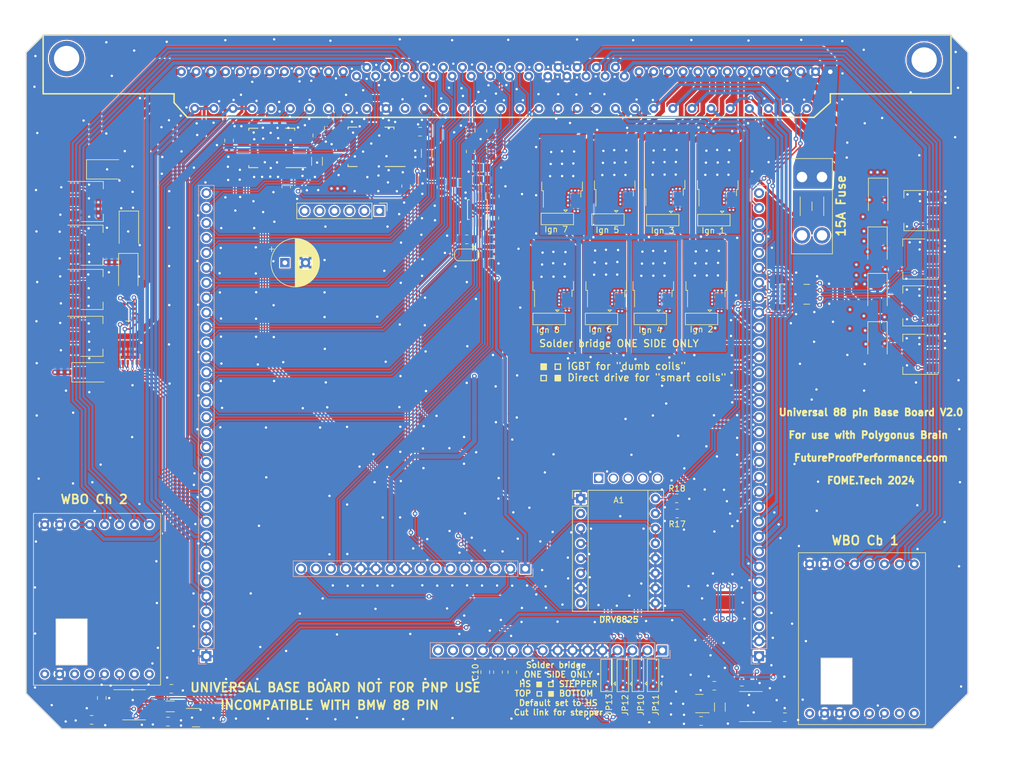
<source format=kicad_pcb>
(kicad_pcb (version 20221018) (generator pcbnew)

  (general
    (thickness 1.6)
  )

  (paper "A4")
  (layers
    (0 "F.Cu" signal)
    (1 "In1.Cu" power "In.Power.Cu")
    (2 "In2.Cu" power "In2.Gnd.Cu")
    (31 "B.Cu" signal)
    (32 "B.Adhes" user "B.Adhesive")
    (33 "F.Adhes" user "F.Adhesive")
    (34 "B.Paste" user)
    (35 "F.Paste" user)
    (36 "B.SilkS" user "B.Silkscreen")
    (37 "F.SilkS" user "F.Silkscreen")
    (38 "B.Mask" user)
    (39 "F.Mask" user)
    (40 "Dwgs.User" user "User.Drawings")
    (41 "Cmts.User" user "User.Comments")
    (42 "Eco1.User" user "User.Eco1")
    (43 "Eco2.User" user "User.Eco2")
    (44 "Edge.Cuts" user)
    (45 "Margin" user)
    (46 "B.CrtYd" user "B.Courtyard")
    (47 "F.CrtYd" user "F.Courtyard")
    (48 "B.Fab" user)
    (49 "F.Fab" user)
    (50 "User.1" user)
    (51 "User.2" user)
    (52 "User.3" user)
    (53 "User.4" user)
    (54 "User.5" user)
    (55 "User.6" user)
    (56 "User.7" user)
    (57 "User.8" user)
    (58 "User.9" user)
  )

  (setup
    (stackup
      (layer "F.SilkS" (type "Top Silk Screen"))
      (layer "F.Paste" (type "Top Solder Paste"))
      (layer "F.Mask" (type "Top Solder Mask") (thickness 0.01))
      (layer "F.Cu" (type "copper") (thickness 0.035))
      (layer "dielectric 1" (type "prepreg") (thickness 0.1) (material "FR4") (epsilon_r 4.5) (loss_tangent 0.02))
      (layer "In1.Cu" (type "copper") (thickness 0.035))
      (layer "dielectric 2" (type "core") (thickness 1.24) (material "FR4") (epsilon_r 4.5) (loss_tangent 0.02))
      (layer "In2.Cu" (type "copper") (thickness 0.035))
      (layer "dielectric 3" (type "prepreg") (thickness 0.1) (material "FR4") (epsilon_r 4.5) (loss_tangent 0.02))
      (layer "B.Cu" (type "copper") (thickness 0.035))
      (layer "B.Mask" (type "Bottom Solder Mask") (thickness 0.01))
      (layer "B.Paste" (type "Bottom Solder Paste"))
      (layer "B.SilkS" (type "Bottom Silk Screen"))
      (copper_finish "ENIG")
      (dielectric_constraints no)
    )
    (pad_to_mask_clearance 0)
    (grid_origin 139.7 53.34)
    (pcbplotparams
      (layerselection 0x00010fc_ffffffff)
      (plot_on_all_layers_selection 0x0000000_00000000)
      (disableapertmacros false)
      (usegerberextensions false)
      (usegerberattributes true)
      (usegerberadvancedattributes true)
      (creategerberjobfile true)
      (dashed_line_dash_ratio 12.000000)
      (dashed_line_gap_ratio 3.000000)
      (svgprecision 6)
      (plotframeref false)
      (viasonmask false)
      (mode 1)
      (useauxorigin false)
      (hpglpennumber 1)
      (hpglpenspeed 20)
      (hpglpendiameter 15.000000)
      (dxfpolygonmode true)
      (dxfimperialunits true)
      (dxfusepcbnewfont true)
      (psnegative false)
      (psa4output false)
      (plotreference true)
      (plotvalue true)
      (plotinvisibletext false)
      (sketchpadsonfab false)
      (subtractmaskfromsilk false)
      (outputformat 1)
      (mirror false)
      (drillshape 1)
      (scaleselection 1)
      (outputdirectory "")
    )
  )

  (net 0 "")
  (net 1 "/12V_MR")
  (net 2 "GND")
  (net 3 "/5V_SENSOR_2")
  (net 4 "/5V_SENSOR_1")
  (net 5 "/DIGITAL_5")
  (net 6 "/DIGITAL_4")
  (net 7 "/CAN+")
  (net 8 "/CAN-")
  (net 9 "/DIGITAL_1")
  (net 10 "/AT4")
  (net 11 "/AT3")
  (net 12 "/AT2")
  (net 13 "/AT1")
  (net 14 "/AV11")
  (net 15 "/AV10")
  (net 16 "/AV9")
  (net 17 "/AV8")
  (net 18 "/AV7")
  (net 19 "/AV6")
  (net 20 "/AV5")
  (net 21 "/AV4")
  (net 22 "/AV3")
  (net 23 "/AV2")
  (net 24 "/AV1")
  (net 25 "/KNOCK_1")
  (net 26 "/LS16")
  (net 27 "/LS15")
  (net 28 "/LS1")
  (net 29 "/LS4")
  (net 30 "/LS6")
  (net 31 "/LS7")
  (net 32 "/LS9ADD")
  (net 33 "/CRANK +")
  (net 34 "/IGBT7")
  (net 35 "/IGBT6")
  (net 36 "/IGBT4")
  (net 37 "/IGBT1")
  (net 38 "/LS13")
  (net 39 "/LS14")
  (net 40 "/LS5")
  (net 41 "/LS8")
  (net 42 "/LS3")
  (net 43 "/LS2")
  (net 44 "/LS10ADD")
  (net 45 "/LS11ADD")
  (net 46 "/LS12ADD")
  (net 47 "/IGBT2")
  (net 48 "/IGBT3")
  (net 49 "/IGBT8")
  (net 50 "/IGBT5")
  (net 51 "/12V_KEY")
  (net 52 "/KNOCK_2")
  (net 53 "/IGN12")
  (net 54 "/IGN11")
  (net 55 "/IGN10")
  (net 56 "/IGN9")
  (net 57 "/IGN8")
  (net 58 "/IGN7")
  (net 59 "/IGN6")
  (net 60 "/IGN5")
  (net 61 "/IGN4")
  (net 62 "/IGN3")
  (net 63 "/IGN2")
  (net 64 "/IGN1")
  (net 65 "/LS9")
  (net 66 "/LS10")
  (net 67 "/LS11")
  (net 68 "/LS12")
  (net 69 "/12V_PROT")
  (net 70 "/DIGITAL_6")
  (net 71 "/DIGITAL_3")
  (net 72 "/DIGITAL_2")
  (net 73 "/HS4")
  (net 74 "/HS3")
  (net 75 "/HS2")
  (net 76 "/HS1")
  (net 77 "/CAN2+")
  (net 78 "/CAN2-")
  (net 79 "/ETB1_PWM")
  (net 80 "/ETB1_DIS")
  (net 81 "/ETB1_DIR")
  (net 82 "/ETB2_PWM")
  (net 83 "/ETB2_DIS")
  (net 84 "/ETB2_DIR")
  (net 85 "/VR2+")
  (net 86 "/VR1+")
  (net 87 "Net-(U3-IN-)")
  (net 88 "Net-(U3-IN+)")
  (net 89 "Net-(U3-BIAS)")
  (net 90 "unconnected-(J4-Pin_38-Pad38)")
  (net 91 "unconnected-(J4-Pin_39-Pad39)")
  (net 92 "unconnected-(J4-Pin_78-Pad78)")
  (net 93 "/CRANK -")
  (net 94 "unconnected-(U3-Pad3)")
  (net 95 "unconnected-(J4-Pin_79-Pad79)")
  (net 96 "/ExtraLSB")
  (net 97 "/ExtraLSC")
  (net 98 "/ExtraLSA")
  (net 99 "Net-(R2-Pad1)")
  (net 100 "/Perm_Live")
  (net 101 "unconnected-(J4-Pin_80-Pad80)")
  (net 102 "unconnected-(J4-Pin_97-Pad97)")
  (net 103 "/12V_MR_FUSE")
  (net 104 "/ETB2_+")
  (net 105 "/ETB2_-")
  (net 106 "/ETB1_+")
  (net 107 "/ETB1_-")
  (net 108 "unconnected-(J4-Pin_98-Pad98)")
  (net 109 "Net-(R3-Pad1)")
  (net 110 "unconnected-(J4-Pin_99-Pad99)")
  (net 111 "unconnected-(J4-Pin_100-Pad100)")
  (net 112 "unconnected-(J4-Pin_101-Pad101)")
  (net 113 "unconnected-(J4-Pin_102-Pad102)")
  (net 114 "unconnected-(J4-Pin_103-Pad103)")
  (net 115 "unconnected-(J4-Pin_104-Pad104)")
  (net 116 "/LSU_Rtrim")
  (net 117 "/LSU_Un")
  (net 118 "/HeaterNeg")
  (net 119 "/LSU_Ip")
  (net 120 "/LSU_Vm")
  (net 121 "unconnected-(J4-Pin_105-Pad105)")
  (net 122 "unconnected-(J4-Pin_106-Pad106)")
  (net 123 "unconnected-(J4-Pin_107-Pad107)")
  (net 124 "Net-(JP1-B)")
  (net 125 "Net-(JP2-C)")
  (net 126 "Net-(JP3-B)")
  (net 127 "Net-(JP4-B)")
  (net 128 "Net-(JP5-B)")
  (net 129 "Net-(JP6-B)")
  (net 130 "Net-(JP7-B)")
  (net 131 "Net-(JP8-B)")
  (net 132 "Net-(JP9-B)")
  (net 133 "Net-(U3-EXT)")
  (net 134 "Net-(RN2-R4.2)")
  (net 135 "Net-(RN2-R3.2)")
  (net 136 "Net-(RN2-R2.2)")
  (net 137 "/ExtraLSD")
  (net 138 "Net-(RN2-R1.2)")
  (net 139 "Net-(C10-Pad1)")
  (net 140 "Net-(RN4-R4.2)")
  (net 141 "Net-(RN4-R3.2)")
  (net 142 "Net-(RN4-R2.2)")
  (net 143 "Net-(RN4-R1.2)")
  (net 144 "unconnected-(U2-SO-Pad3)")
  (net 145 "unconnected-(U2-SI-Pad8)")
  (net 146 "unconnected-(U2-CSN-Pad9)")
  (net 147 "/RC1")
  (net 148 "/RC2")
  (net 149 "/CAN_RX")
  (net 150 "/CAN_TX")
  (net 151 "unconnected-(U2-SCK-Pad10)")
  (net 152 "unconnected-(U4-Drain-Pad2)")
  (net 153 "unconnected-(U5-Drain-Pad2)")
  (net 154 "unconnected-(U6-Drain-Pad2)")
  (net 155 "unconnected-(U7-Drain-Pad2)")
  (net 156 "unconnected-(U8-SO-Pad3)")
  (net 157 "unconnected-(U8-SI-Pad8)")
  (net 158 "unconnected-(U8-CSN-Pad9)")
  (net 159 "/LSU_Ip2")
  (net 160 "/LSU_Un2")
  (net 161 "/HeaterNeg2")
  (net 162 "/LSU_Vm2")
  (net 163 "/LSU_Rtrim2")
  (net 164 "/CAN_RX2")
  (net 165 "/CAN_TX2")
  (net 166 "unconnected-(U8-SCK-Pad10)")
  (net 167 "unconnected-(U9-Drain-Pad2)")
  (net 168 "unconnected-(U10-Drain-Pad2)")
  (net 169 "unconnected-(U11-Drain-Pad2)")
  (net 170 "unconnected-(U12-Drain-Pad2)")
  (net 171 "unconnected-(U14-Boot0-Pad8)")
  (net 172 "unconnected-(U1-SEL_2-Pad4)")
  (net 173 "unconnected-(U1-Boot0-Pad8)")
  (net 174 "unconnected-(U14-SEL_1-Pad3)")
  (net 175 "+5V")
  (net 176 "+3.3V")
  (net 177 "unconnected-(A1-~{FLT}-Pad2)")
  (net 178 "Net-(A1-B2)")
  (net 179 "Net-(A1-B1)")
  (net 180 "Net-(A1-A1)")
  (net 181 "Net-(A1-A2)")

  (footprint "Capacitor_SMD:C_0805_2012Metric_Pad1.18x1.45mm_HandSolder" (layer "F.Cu") (at 136.3 63.64))

  (footprint "Diode_SMD:D_SMA" (layer "F.Cu") (at 201.8 78.64 -90))

  (footprint "Resistor_SMD:R_Array_Convex_4x0603" (layer "F.Cu") (at 74.8 81.14 -90))

  (footprint "Package_TO_SOT_SMD:TO-252-2" (layer "F.Cu") (at 165.617124 50.100737 90))

  (footprint "Package_TO_SOT_SMD:SOT-223" (layer "F.Cu") (at 68.304476 62.131561))

  (footprint "Capacitor_THT:CP_Radial_D8.0mm_P3.50mm" (layer "F.Cu") (at 101.112052 65.110107))

  (footprint "Package_SO:SOIC-8_3.9x4.9mm_P1.27mm" (layer "F.Cu") (at 75.481624 140.271545))

  (footprint "Resistor_SMD:R_Array_Convex_4x0603" (layer "F.Cu") (at 189.762544 70.473813))

  (footprint "Jumper:SolderJumper-3_P2.0mm_Open_TrianglePad1.0x1.5mm" (layer "F.Cu") (at 174 57.84 180))

  (footprint "Resistor_SMD:R_0805_2012Metric" (layer "F.Cu") (at 121.703685 52.084021 90))

  (footprint "Package_TO_SOT_SMD:SOT-223" (layer "F.Cu") (at 68.341189 54.705741))

  (footprint "Capacitor_SMD:C_0805_2012Metric" (layer "F.Cu") (at 68.262465 142.838958 180))

  (footprint "Jumper:SolderJumper-3_P2.0mm_Open_TrianglePad1.0x1.5mm" (layer "F.Cu") (at 163.68366 135.267443 90))

  (footprint "wideband_module:f042_wideband_module" (layer "F.Cu") (at 190.269349 141.724815 90))

  (footprint "Package_TO_SOT_SMD:SOT-223" (layer "F.Cu") (at 208.188488 56.250546 180))

  (footprint "Capacitor_SMD:C_0805_2012Metric" (layer "F.Cu") (at 124.082661 42.835627 180))

  (footprint "Capacitor_SMD:C_0805_2012Metric" (layer "F.Cu") (at 178.755526 136.34))

  (footprint "Package_TO_SOT_SMD:SOT-223" (layer "F.Cu") (at 208.005466 64.486559 180))

  (footprint "Capacitor_SMD:C_0805_2012Metric" (layer "F.Cu") (at 81.818167 137.563839 180))

  (footprint "Package_TO_SOT_SMD:SOT-223" (layer "F.Cu") (at 68.304476 69.655819))

  (footprint "Diode_SMD:D_SMA" (layer "F.Cu") (at 70.9 49.24))

  (footprint "Diode_SMD:D_SMA" (layer "F.Cu") (at 74.5 67.04 -90))

  (footprint "Resistor_SMD:R_0805_2012Metric" (layer "F.Cu") (at 136.156488 46.174308 90))

  (footprint "Jumper:SolderJumper-3_P2.0mm_Open_TrianglePad1.0x1.5mm" (layer "F.Cu") (at 154.9 74.64 180))

  (footprint "Capacitor_SMD:C_0805_2012Metric" (layer "F.Cu") (at 174.072461 137.038591 180))

  (footprint "Jumper:SolderJumper-3_P2.0mm_Open_TrianglePad1.0x1.5mm" (layer "F.Cu") (at 165.3 57.84 180))

  (footprint "Package_TO_SOT_SMD:TO-252-2" (layer "F.Cu") (at 155.7 67.34 90))

  (footprint "Module:Pololu_Breakout-16_15.2x20.3mm" (layer "F.Cu") (at 151.36 105.20975))

  (footprint "Capacitor_SMD:C_0805_2012Metric" (layer "F.Cu") (at 81.234731 143.131829))

  (footprint "Capacitor_SMD:C_0805_2012Metric" (layer "F.Cu") (at 171.827796 143.031045))

  (footprint "Package_SO:MSOP-10_3x3mm_P0.5mm" (layer "F.Cu") (at 133.811353 56.080996 -90))

  (footprint "Jumper:SolderJumper-3_P2.0mm_Open_TrianglePad1.0x1.5mm" (layer "F.Cu") (at 171.9 74.64 180))

  (footprint "Resistor_SMD:R_0805_2012Metric" (layer "F.Cu") (at 132.665586 46.198892 90))

  (footprint "Package_TO_SOT_SMD:SOT-223" (layer "F.Cu") (at 208.005466 80.684051 180))

  (footprint "Resistor_SMD:R_0805_2012Metric" (layer "F.Cu") (at 167.759416 107.749289))

  (footprint "Jumper:SolderJumper-3_P2.0mm_Open_TrianglePad1.0x1.5mm" (layer "F.Cu") (at 158.55678 135.304729 90))

  (footprint "Resistor_SMD:R_Array_Convex_4x0603" (layer "F.Cu") (at 74.558314 73.339005 180))

  (footprint "Package_SO:Infineon_PG-DSO-12-9" (layer "F.Cu") (at 115.737906 45.408604 180))

  (footprint "Resistor_SMD:R_0805_2012Metric" (layer "F.Cu")
    (tstamp 667488c6-c6d0-444d-8225-922cc42e27fc)
    (at 134.509372 48.964572 180)
    (descr "Resistor SMD 0805 (2012 Metric), square (rectangular) end terminal, IPC_7351 nominal, (Body size source: IPC-SM-782 page 72, https://www.pcb-3d.com/wordpress/wp-content/uploads/ipc-sm-782a_amendment_1_and_2.pdf), generated with kicad-footprint-generator")
    (tags "resistor")
    (property "LCSC" "DNP")
    (property "PN" "603-RC0402FR-075KL")
    (property "Sheetfile" "VR Conditioner.kicad_sch")
    (property "Sheetname" "VR Conditioner")
    (property "ki_description" "Resistor")
    (property "ki_keywords" "R res resistor")
    (path "/76f66c7e-94ea-4f9a-aa2e-a01725934e38/53d394fd-9fda-4789-b6b3-9add904107e8")
    (attr smd exclude_from_pos_files)
    (fp_text reference "R6" (at 2.609372 0.324572) (layer "F.SilkS") hide
        (effects (font (size 1 1) (thickness 0.15)))
      (tstamp d70246b0-b69f-46a5-801d-1b72d367b378)
    )
    (fp_text value "DNP" (at 0.18242 1.815941) (layer "F.Fab") hide
        (effects (font (size 1 1) (thickness 0.15)))
      (tstamp 8d301583-cd93-4b40-8912-0d498e8b6379)
    )
    (fp_text user "${REFERENCE}" (at 0 0) (layer "F.Fab")
        (effects (font (size 0.5 0.5) (thickness 0.08)))
      (tstamp 6f9c3104-6b0f-4c88-a466-e38b0e04f29a)
    )
    (fp_line (start -0.227064 -0.735) (end 0.227064 -0.735)
      (stroke (width 0.12) (type solid)) (layer "F.SilkS") (tstamp 378a3a31-c5b9-43e7-a5ed-5661fda76f53))
    (fp
... [4951498 chars truncated]
</source>
